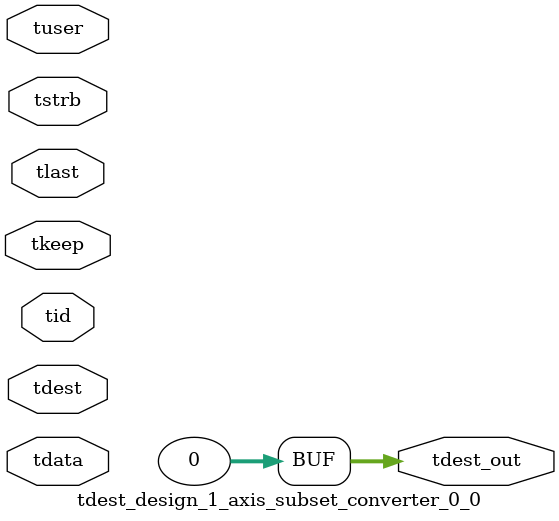
<source format=v>


`timescale 1ps/1ps

module tdest_design_1_axis_subset_converter_0_0 #
(
parameter C_S_AXIS_TDATA_WIDTH = 32,
parameter C_S_AXIS_TUSER_WIDTH = 0,
parameter C_S_AXIS_TID_WIDTH   = 0,
parameter C_S_AXIS_TDEST_WIDTH = 0,
parameter C_M_AXIS_TDEST_WIDTH = 32
)
(
input  [(C_S_AXIS_TDATA_WIDTH == 0 ? 1 : C_S_AXIS_TDATA_WIDTH)-1:0     ] tdata,
input  [(C_S_AXIS_TUSER_WIDTH == 0 ? 1 : C_S_AXIS_TUSER_WIDTH)-1:0     ] tuser,
input  [(C_S_AXIS_TID_WIDTH   == 0 ? 1 : C_S_AXIS_TID_WIDTH)-1:0       ] tid,
input  [(C_S_AXIS_TDEST_WIDTH == 0 ? 1 : C_S_AXIS_TDEST_WIDTH)-1:0     ] tdest,
input  [(C_S_AXIS_TDATA_WIDTH/8)-1:0 ] tkeep,
input  [(C_S_AXIS_TDATA_WIDTH/8)-1:0 ] tstrb,
input                                                                    tlast,
output [C_M_AXIS_TDEST_WIDTH-1:0] tdest_out
);

assign tdest_out = {1'b0};

endmodule


</source>
